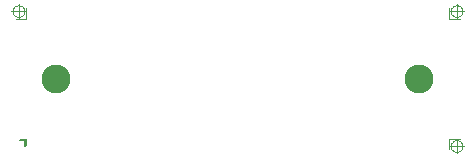
<source format=gbr>
G75*
%IPPOS*%
%FSLAX24Y24*%
%MOIN*%
%ADD10C,0.00100*%
%ADD11C,0.00200*%
%ADD12C,0.00400*%
%ADD13C,0.00800*%
%ADD14C,0.01500*%
%ADD15C,0.02500*%
%ADD16C,0.04000*%
%ADD17C,0.40000*%
%ADD18C,0.20000*%
%ADD19C,0.09358*%
%ADD20C,0.09600*%
%ADD21C,0.01300*%
%ADD22C,0.03000*%
%LNGB-NPTH*%
%LPD*%
G54D10*
X-201Y-5D02*
X-246Y-54D01*
X-54D01*
Y-246D01*
X-5Y-201D01*
Y-5D01*
X-201D01*
X-223Y-44D02*
X-246Y-54D01*
X-44Y-223D02*
X-54Y-246D01*
G54D11*
X-197Y-15D02*
X-223Y-44D01*
X-44D01*
Y-223D01*
X-15Y-197D01*
Y-15D01*
X-197D01*
X-119Y-15D02*
Y-44D01*
X-138D02*
Y-15D01*
X-157D02*
Y-44D01*
X-176D02*
Y-15D01*
X-195D02*
Y-44D01*
X-214D02*
Y-34D01*
X-100Y-44D02*
Y-15D01*
X-81D02*
Y-44D01*
X-62D02*
Y-15D01*
X-43D02*
Y-222D01*
X-24Y-205D02*
Y-15D01*
G54D10*
X-201Y-5D02*
X-246Y-54D01*
X-54D01*
Y-246D01*
X-5Y-201D01*
Y-5D01*
X-201D01*
X14352Y-54D02*
X14321Y-56D01*
X14291Y-63D01*
X14263Y-75D01*
X14237Y-91D01*
X14214Y-111D01*
X14194Y-134D01*
X14178Y-160D01*
X14166Y-189D01*
X14159Y-218D01*
X14157Y-249D01*
D02*
X14159Y-279D01*
X14166Y-309D01*
X14178Y-337D01*
X14194Y-364D01*
X14214Y-387D01*
X14237Y-407D01*
X14263Y-423D01*
X14291Y-434D01*
X14321Y-442D01*
X14352Y-444D01*
X14100Y0D02*
X14449D01*
X14352Y-249D02*
X14116D01*
X14100Y0D02*
Y-349D01*
X14352Y-444D02*
X14382Y-442D01*
X14412Y-434D01*
X14440Y-423D01*
X14466Y-407D01*
X14490Y-387D01*
X14509Y-364D01*
X14525Y-337D01*
X14537Y-309D01*
X14544Y-279D01*
X14547Y-249D01*
X14352D02*
Y-484D01*
X14547Y-249D02*
X14544Y-218D01*
X14537Y-189D01*
X14525Y-160D01*
X14509Y-134D01*
X14490Y-111D01*
X14466Y-91D01*
X14440Y-75D01*
X14412Y-63D01*
X14382Y-56D01*
X14352Y-54D01*
Y-249D02*
X14587D01*
X14352D02*
Y-13D01*
X-252Y4444D02*
X-282Y4442D01*
X-312Y4434D01*
X-340Y4423D01*
X-366Y4407D01*
X-390Y4387D01*
X-409Y4364D01*
X-425Y4337D01*
X-437Y4309D01*
X-444Y4279D01*
X-447Y4249D01*
D02*
X-444Y4218D01*
X-437Y4189D01*
X-425Y4160D01*
X-409Y4134D01*
X-390Y4111D01*
X-366Y4091D01*
X-340Y4075D01*
X-312Y4063D01*
X-282Y4056D01*
X-252Y4054D01*
Y4249D02*
X-487D01*
X-252Y4054D02*
X-221Y4056D01*
X-191Y4063D01*
X-163Y4075D01*
X-137Y4091D01*
X-114Y4111D01*
X-94Y4134D01*
X-78Y4160D01*
X-66Y4189D01*
X-59Y4218D01*
X-57Y4249D01*
X-252D02*
Y4013D01*
X0Y4000D02*
Y4349D01*
Y4000D02*
X-349D01*
X-57Y4249D02*
X-59Y4279D01*
X-66Y4309D01*
X-78Y4337D01*
X-94Y4364D01*
X-114Y4387D01*
X-137Y4407D01*
X-163Y4423D01*
X-191Y4434D01*
X-221Y4442D01*
X-252Y4444D01*
Y4249D02*
X-16D01*
X-252D02*
Y4484D01*
X14547Y4249D02*
X14544Y4279D01*
X14537Y4309D01*
X14525Y4337D01*
X14509Y4364D01*
X14490Y4387D01*
X14466Y4407D01*
X14440Y4423D01*
X14412Y4434D01*
X14382Y4442D01*
X14352Y4444D01*
Y4054D02*
X14382Y4056D01*
X14412Y4063D01*
X14440Y4075D01*
X14466Y4091D01*
X14490Y4111D01*
X14509Y4134D01*
X14525Y4160D01*
X14537Y4189D01*
X14544Y4218D01*
X14547Y4249D01*
X14352D02*
X14587D01*
X14157D02*
X14159Y4218D01*
X14166Y4189D01*
X14178Y4160D01*
X14194Y4134D01*
X14214Y4111D01*
X14237Y4091D01*
X14263Y4075D01*
X14291Y4063D01*
X14321Y4056D01*
X14352Y4054D01*
Y4249D02*
Y4013D01*
X14100Y4000D02*
Y4349D01*
Y4000D02*
X14449D01*
X14352Y4444D02*
X14321Y4442D01*
X14291Y4434D01*
X14263Y4423D01*
X14237Y4407D01*
X14214Y4387D01*
X14194Y4364D01*
X14178Y4337D01*
X14166Y4309D01*
X14159Y4279D01*
X14157Y4249D01*
X14352D02*
X14116D01*
X14352D02*
Y4484D01*
G54D20*
X1000Y2000D03*
X13100D03*
M02*


	THIS DOCUMENT AND ITS CONTENTS ARE OWNED BY, AND ARE
THE CONFIDENTIAL AND PROPRIETARY INFORMATION OF, MINI-CIRCUITS
("CONFIDENTIAL INFORMATION") AND MINI-CIRCUITS RESERVES ALL
DESIGN, USE, MANUFACTURING AND REPRODUCTION RIGHTS THERETO.
UNLESS OTHERWISE EXPRESSLY AGREED TO IN WRITING BY MINI-
CIRCUITS, THE CONFIDENTIAL INFROMATION WILL: (i) BE USED BY MINI-
CIRCUITS' VENDORS, VENDEES, OR THE UNITED STATES GOVERNMENT
("RECEIVING PARTY") SOLELY TO PROMOTE THE COMMERCIAL
RELATIONSHIP BETWEEN RECEIVING PARTY AND MINI-CIRCUITS
("PURPOSE") AND THEN ONLY TO THE EXTENT SPECIFIED BY MINI-
CIRCUITS; (ii) NOT BE USED FOR ANY OTHER PURPOSE AND NOT BE USED
IN ANY WAY DETRIMENTAL TO MINI-CIRCUITS OR TO COMPETE AGAINST
MINI-CIRCUITS; AND (iii) BE KEPT CONFIDENTIAL BY THE RECEIVING PARTY
AND RECEIVING PARTY AGREES NOT TO DISCLOSE THE CONFIDENTIAL
INFORMATION TO ANY THIRD PARTY.

</source>
